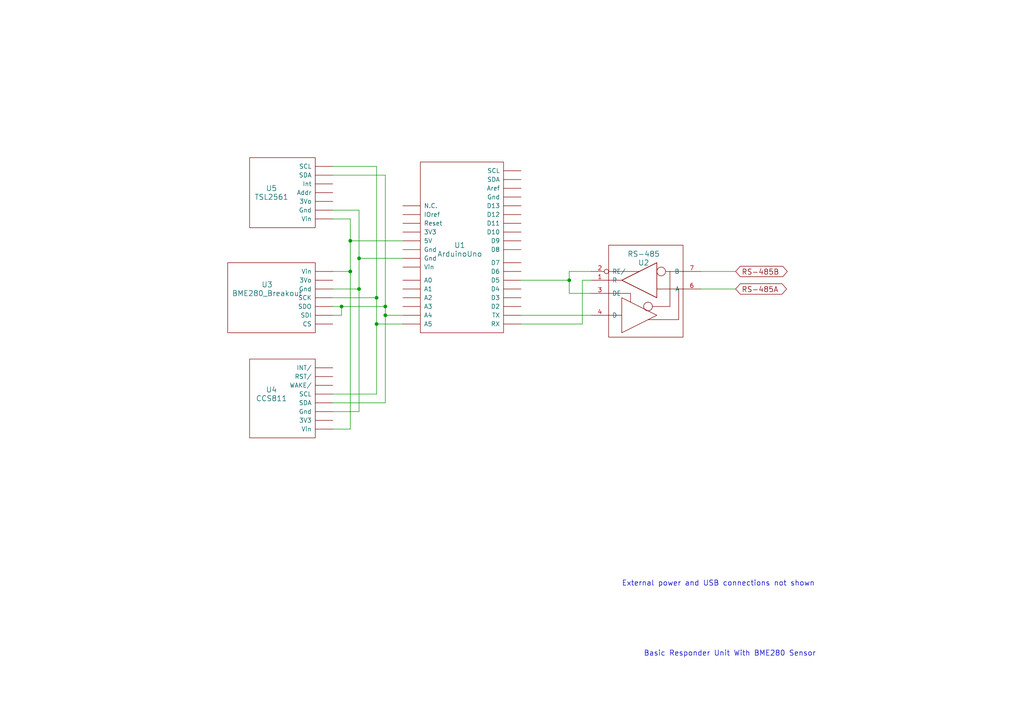
<source format=kicad_sch>
(kicad_sch (version 20230121) (generator eeschema)
  (paper "A4")
  (title_block (company "Modest Consulting") (comment 1 "by Brent Seidel"))
  (lib_symbols
    (symbol "PartsLibrary:ArduinoUno" (pin_names (offset 1.016))
      (property "Reference" "U" (at 0 2.54 0))
      (property "Value" "ArduinoUno" (at 0 0 0))
      (symbol "ArduinoUno_0_1"
        (rectangle (start 12.7 26.67) (end -11.43 -22.86))
      )
      (symbol "ArduinoUno_1_1"
        (pin input line (at -16.51 6.35 0) (length 5.08) (name "3V3") (number "~"))
        (pin input line (at -16.51 3.81 0) (length 5.08) (name "5V") (number "~"))
        (pin input line (at -16.51 -7.62 0) (length 5.08) (name "A0") (number "~"))
        (pin input line (at -16.51 -10.16 0) (length 5.08) (name "A1") (number "~"))
        (pin input line (at -16.51 -12.7 0) (length 5.08) (name "A2") (number "~"))
        (pin input line (at -16.51 -15.24 0) (length 5.08) (name "A3") (number "~"))
        (pin input line (at -16.51 -17.78 0) (length 5.08) (name "A4") (number "~"))
        (pin input line (at -16.51 -20.32 0) (length 5.08) (name "A5") (number "~"))
        (pin input line (at 17.78 19.05 180) (length 5.08) (name "Aref") (number "~"))
        (pin input line (at 17.78 6.35 180) (length 5.08) (name "D10") (number "~"))
        (pin input line (at 17.78 8.89 180) (length 5.08) (name "D11") (number "~"))
        (pin input line (at 17.78 11.43 180) (length 5.08) (name "D12") (number "~"))
        (pin input line (at 17.78 13.97 180) (length 5.08) (name "D13") (number "~"))
        (pin input line (at 17.78 -15.24 180) (length 5.08) (name "D2") (number "~"))
        (pin input line (at 17.78 -12.7 180) (length 5.08) (name "D3") (number "~"))
        (pin input line (at 17.78 -10.16 180) (length 5.08) (name "D4") (number "~"))
        (pin input line (at 17.78 -7.62 180) (length 5.08) (name "D5") (number "~"))
        (pin input line (at 17.78 -5.08 180) (length 5.08) (name "D6") (number "~"))
        (pin input line (at 17.78 -2.54 180) (length 5.08) (name "D7") (number "~"))
        (pin input line (at 17.78 1.27 180) (length 5.08) (name "D8") (number "~"))
        (pin input line (at 17.78 3.81 180) (length 5.08) (name "D9") (number "~"))
        (pin input line (at -16.51 -1.27 0) (length 5.08) (name "Gnd") (number "~"))
        (pin input line (at -16.51 1.27 0) (length 5.08) (name "Gnd") (number "~"))
        (pin input line (at 17.78 16.51 180) (length 5.08) (name "Gnd") (number "~"))
        (pin input line (at -16.51 11.43 0) (length 5.08) (name "IOref") (number "~"))
        (pin input line (at -16.51 13.97 0) (length 5.08) (name "N.C.") (number "~"))
        (pin input line (at 17.78 -20.32 180) (length 5.08) (name "RX") (number "~"))
        (pin input line (at -16.51 8.89 0) (length 5.08) (name "Reset") (number "~"))
        (pin input line (at 17.78 24.13 180) (length 5.08) (name "SCL") (number "~"))
        (pin input line (at 17.78 21.59 180) (length 5.08) (name "SDA") (number "~"))
        (pin input line (at 17.78 -17.78 180) (length 5.08) (name "TX") (number "~"))
        (pin input line (at -16.51 -3.81 0) (length 5.08) (name "Vin") (number "~"))
      )
    )
    (symbol "PartsLibrary:BME280_Breakout" (pin_names (offset 1.016))
      (property "Reference" "U" (at 0 2.54 0))
      (property "Value" "BME280_Breakout" (at 0 0 0))
      (symbol "BME280_Breakout_0_1"
        (rectangle (start 11.43 8.89) (end -13.97 -11.43))
      )
      (symbol "BME280_Breakout_1_1"
        (pin input line (at -19.05 3.81 0) (length 5.08) (name "3Vo") (number "~"))
        (pin input line (at -19.05 -8.89 0) (length 5.08) (name "CS") (number "~"))
        (pin input line (at -19.05 1.27 0) (length 5.08) (name "Gnd") (number "~"))
        (pin input line (at -19.05 -1.27 0) (length 5.08) (name "SCK") (number "~"))
        (pin input line (at -19.05 -6.35 0) (length 5.08) (name "SDI") (number "~"))
        (pin input line (at -19.05 -3.81 0) (length 5.08) (name "SDO") (number "~"))
        (pin input line (at -19.05 6.35 0) (length 5.08) (name "Vin") (number "~"))
      )
    )
    (symbol "PartsLibrary:CCS811" (pin_names (offset 1.016))
      (property "Reference" "U" (at 0 2.54 0))
      (property "Value" "CCS811" (at 0 0 0))
      (symbol "CCS811_0_1"
        (rectangle (start 12.7 11.43) (end -6.35 -11.43))
      )
      (symbol "CCS811_1_1"
        (pin input line (at 17.78 -6.35 180) (length 5.08) (name "3V3") (number "~"))
        (pin input line (at 17.78 -3.81 180) (length 5.08) (name "Gnd") (number "~"))
        (pin input line (at 17.78 8.89 180) (length 5.08) (name "INT/") (number "~"))
        (pin input line (at 17.78 6.35 180) (length 5.08) (name "RST/") (number "~"))
        (pin input line (at 17.78 1.27 180) (length 5.08) (name "SCL") (number "~"))
        (pin input line (at 17.78 -1.27 180) (length 5.08) (name "SDA") (number "~"))
        (pin input line (at 17.78 -8.89 180) (length 5.08) (name "Vin") (number "~"))
        (pin input line (at 17.78 3.81 180) (length 5.08) (name "WAKE/") (number "~"))
      )
    )
    (symbol "PartsLibrary:RS-485" (pin_names (offset 1.016))
      (property "Reference" "U" (at 0 -2.54 0))
      (property "Value" "RS-485" (at 0 0 0))
      (symbol "RS-485_0_1"
        (rectangle (start -10.16 2.54) (end 11.43 -24.13))
        (polyline (pts (xy -10.16 -17.78) (xy -6.35 -17.78)))
        (polyline (pts (xy -10.16 -7.62) (xy -6.35 -7.62)))
        (polyline (pts (xy -10.16 -5.08) (xy -1.27 -5.08)))
        (polyline (pts (xy 11.43 -10.16) (xy 3.81 -10.16)))
        (polyline (pts (xy 11.43 -5.08) (xy 6.35 -5.08)))
        (polyline (pts (xy -10.16 -11.43) (xy -3.81 -11.43) (xy -3.81 -13.97)))
        (polyline (pts (xy 1.27 -19.05) (xy 10.16 -19.05) (xy 10.16 -10.16)))
        (polyline (pts (xy 2.54 -15.24) (xy 7.62 -15.24) (xy 7.62 -5.08)))
        (polyline (pts (xy -6.35 -12.7) (xy 3.81 -17.78) (xy -6.35 -22.86) (xy -6.35 -12.7)))
        (polyline (pts (xy 3.81 -2.54) (xy 3.81 -12.7) (xy -6.35 -7.62) (xy 3.81 -2.54)))
        (polyline (pts (xy 3.81 -2.54) (xy 3.81 -12.7) (xy -6.35 -7.62) (xy 3.81 -2.54)))
        (circle (center 1.27 -15.24) (radius 1.27))
        (circle (center 5.08 -5.08) (radius 1.27))
      )
      (symbol "RS-485_1_1"
        (pin input line (at -15.24 -7.62 0) (length 5.08) (name "R") (number "1"))
        (pin input inverted (at -15.24 -5.08 0) (length 5.08) (name "RE/") (number "2"))
        (pin input line (at -15.24 -11.43 0) (length 5.08) (name "DE") (number "3"))
        (pin input line (at -15.24 -17.78 0) (length 5.08) (name "D") (number "4"))
        (pin input line (at 16.51 -10.16 180) (length 5.08) (name "A") (number "6"))
        (pin bidirectional line (at 16.51 -5.08 180) (length 5.08) (name "B") (number "7"))
      )
    )
    (symbol "PartsLibrary:TSL2561" (pin_names (offset 1.016))
      (property "Reference" "U" (at 0 2.54 0))
      (property "Value" "TSL2561" (at 0 0 0))
      (symbol "TSL2561_0_1"
        (rectangle (start 12.7 11.43) (end -6.35 -8.89))
      )
      (symbol "TSL2561_1_1"
        (pin input line (at 17.78 -1.27 180) (length 5.08) (name "3Vo") (number "~"))
        (pin input line (at 17.78 1.27 180) (length 5.08) (name "Addr") (number "~"))
        (pin input line (at 17.78 -3.81 180) (length 5.08) (name "Gnd") (number "~"))
        (pin input line (at 17.78 3.81 180) (length 5.08) (name "Int") (number "~"))
        (pin input line (at 17.78 8.89 180) (length 5.08) (name "SCL") (number "~"))
        (pin input line (at 17.78 6.35 180) (length 5.08) (name "SDA") (number "~"))
        (pin input line (at 17.78 -6.35 180) (length 5.08) (name "Vin") (number "~"))
      )
    )
  )
  (junction (at 104.14 74.93))
  (junction (at 109.22 86.36))
  (junction (at 109.22 93.98))
  (junction (at 101.6 78.74))
  (junction (at 99.06 88.9))
  (junction (at 104.14 83.82))
  (junction (at 101.6 69.85))
  (junction (at 165.1 81.28))
  (junction (at 111.76 91.44))
  (junction (at 111.76 88.9))
  (wire (pts (xy 168.91 93.98) (xy 168.91 81.28)))
  (wire (pts (xy 165.1 81.28) (xy 165.1 85.09)))
  (wire (pts (xy 96.52 88.9) (xy 99.06 88.9)))
  (wire (pts (xy 96.52 83.82) (xy 104.14 83.82)))
  (wire (pts (xy 151.13 93.98) (xy 168.91 93.98)))
  (wire (pts (xy 96.52 63.5) (xy 101.6 63.5)))
  (wire (pts (xy 96.52 86.36) (xy 109.22 86.36)))
  (wire (pts (xy 151.13 81.28) (xy 165.1 81.28)))
  (wire (pts (xy 104.14 74.93) (xy 104.14 83.82)))
  (wire (pts (xy 165.1 78.74) (xy 171.45 78.74)))
  (wire (pts (xy 96.52 50.8) (xy 111.76 50.8)))
  (wire (pts (xy 99.06 88.9) (xy 99.06 91.44)))
  (wire (pts (xy 109.22 93.98) (xy 109.22 114.3)))
  (wire (pts (xy 104.14 119.38) (xy 96.52 119.38)))
  (wire (pts (xy 96.52 60.96) (xy 104.14 60.96)))
  (wire (pts (xy 111.76 91.44) (xy 111.76 116.84)))
  (wire (pts (xy 99.06 91.44) (xy 96.52 91.44)))
  (wire (pts (xy 109.22 114.3) (xy 96.52 114.3)))
  (wire (pts (xy 151.13 91.44) (xy 171.45 91.44)))
  (wire (pts (xy 116.84 74.93) (xy 104.14 74.93)))
  (wire (pts (xy 116.84 69.85) (xy 101.6 69.85)))
  (wire (pts (xy 109.22 48.26) (xy 109.22 86.36)))
  (wire (pts (xy 101.6 124.46) (xy 96.52 124.46)))
  (wire (pts (xy 109.22 86.36) (xy 109.22 93.98)))
  (wire (pts (xy 111.76 116.84) (xy 96.52 116.84)))
  (wire (pts (xy 104.14 83.82) (xy 104.14 119.38)))
  (wire (pts (xy 101.6 63.5) (xy 101.6 69.85)))
  (wire (pts (xy 99.06 88.9) (xy 111.76 88.9)))
  (wire (pts (xy 116.84 93.98) (xy 109.22 93.98)))
  (wire (pts (xy 96.52 48.26) (xy 109.22 48.26)))
  (wire (pts (xy 165.1 85.09) (xy 171.45 85.09)))
  (wire (pts (xy 203.2 83.82) (xy 213.36 83.82)))
  (wire (pts (xy 168.91 81.28) (xy 171.45 81.28)))
  (wire (pts (xy 101.6 78.74) (xy 101.6 124.46)))
  (wire (pts (xy 101.6 78.74) (xy 96.52 78.74)))
  (wire (pts (xy 165.1 78.74) (xy 165.1 81.28)))
  (wire (pts (xy 111.76 88.9) (xy 111.76 91.44)))
  (wire (pts (xy 101.6 69.85) (xy 101.6 78.74)))
  (wire (pts (xy 203.2 78.74) (xy 213.36 78.74)))
  (wire (pts (xy 111.76 50.8) (xy 111.76 88.9)))
  (wire (pts (xy 104.14 60.96) (xy 104.14 74.93)))
  (wire (pts (xy 116.84 91.44) (xy 111.76 91.44)))
  (text "External power and USB connections not shown" (at 180.34 170.18 0) (effects (font (size 1.524 1.524)) (justify left bottom)))
  (text "Basic Responder Unit With BME280 Sensor" (at 186.69 190.5 0) (effects (font (size 1.524 1.524)) (justify left bottom)))
  (global_label "RS-485B" (shape bidirectional) (at 213.36 78.74 0) (effects (font (size 1.524 1.524))) (property "Intersheetrefs" "${INTERSHEET_REFS}" (effects hide)))
  (global_label "RS-485A" (shape bidirectional) (at 213.36 83.82 0) (effects (font (size 1.524 1.524))) (property "Intersheetrefs" "${INTERSHEET_REFS}" (effects hide)))
  (symbol (lib_id "PartsLibrary:ArduinoUno") (at 133.35 73.66 0) (unit 1)
    (property "Reference" "U1" (at 133.35 71.12 0) (effects (font (size 1.524 1.524))))
    (property "Value" "ArduinoUno" (at 133.35 73.66 0) (effects (font (size 1.524 1.524))))
  )
  (symbol (lib_id "PartsLibrary:RS-485") (at 186.69 73.66 0) (unit 1)
    (property "Reference" "U2" (at 186.69 76.2 0) (effects (font (size 1.524 1.524))))
    (property "Value" "RS-485" (at 186.69 73.66 0) (effects (font (size 1.524 1.524))))
  )
  (symbol (lib_id "PartsLibrary:BME280_Breakout") (at 77.47 85.09 0) (mirror y) (unit 1)
    (property "Reference" "U3" (at 77.47 82.55 0) (effects (font (size 1.524 1.524))))
    (property "Value" "BME280_Breakout" (at 77.47 85.09 0) (effects (font (size 1.524 1.524))))
  )
  (symbol (lib_id "PartsLibrary:CCS811") (at 78.74 115.57 0) (unit 1)
    (property "Reference" "U4" (at 78.74 113.03 0) (effects (font (size 1.524 1.524))))
    (property "Value" "CCS811" (at 78.74 115.57 0) (effects (font (size 1.524 1.524))))
  )
  (symbol (lib_id "PartsLibrary:TSL2561") (at 78.74 57.15 0) (unit 1)
    (property "Reference" "U5" (at 78.74 54.61 0) (effects (font (size 1.524 1.524))))
    (property "Value" "TSL2561" (at 78.74 57.15 0) (effects (font (size 1.524 1.524))))
  )
)
</source>
